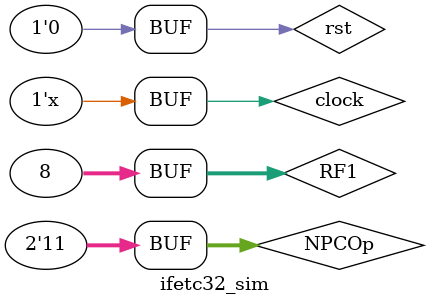
<source format=v>
`timescale 1ns / 1ps


module ifetc32_sim(

    );
    //input
    reg clock = 0;
    reg rst = 1;
	reg [1:0] NPCOp;
	reg [31:0] RF1; //RF.RD1
	//output
	wire [15:0] PC_4;
    wire [31:0] Instruction;
	//debug
	wire [15:0] PC;
	
	ifetc32 u_ifetc32(clock, rst, NPCOp, RF1,PC_4, Instruction, PC);
	
	always #10 clock = ~clock;
	initial begin
	   #510 begin rst = 0; NPCOp = 2'b00;end
	   #200 begin rst = 1;end
	   #200 begin rst = 0;NPCOp = 2'b01;end
	   #200 begin rst = 1;end
	   #200 begin rst = 0;NPCOp = 2'b10; RF1 = 32'h00000008;end
	   #200 begin rst = 1;end
	   #200 begin rst = 0;NPCOp = 2'b11;end
	end
endmodule

</source>
